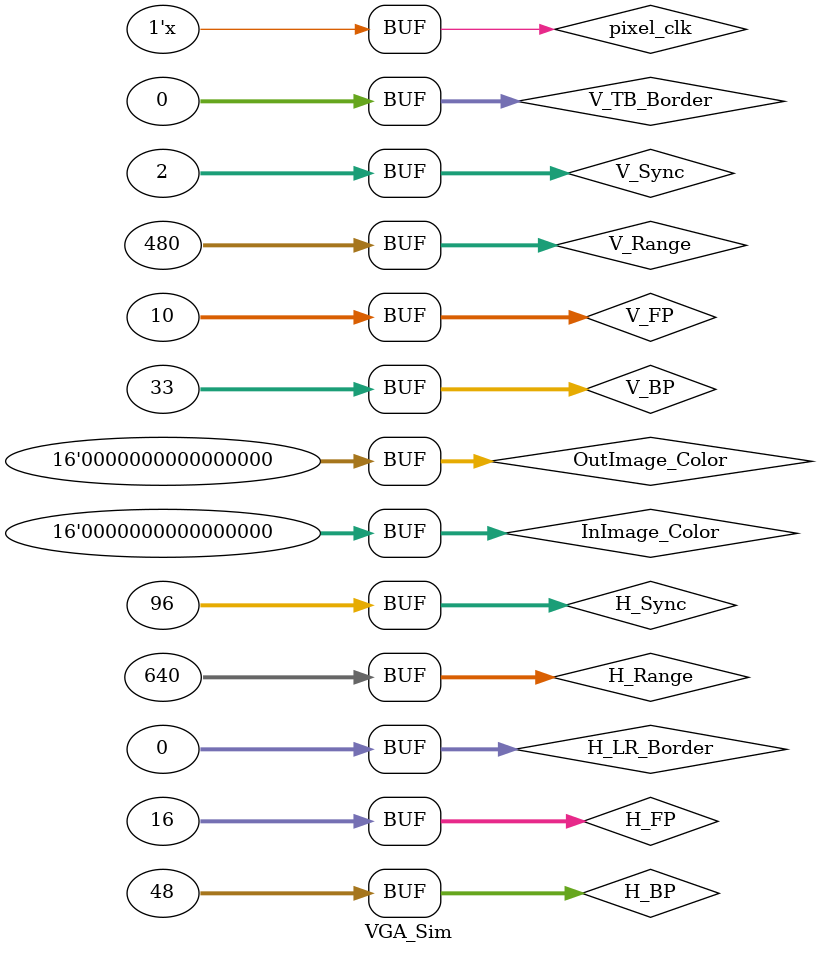
<source format=v>
`timescale 1ns / 1ps


module VGA_Sim;

// Instantiate Wires and parameters
reg [31:0] H_Sync = 96;
reg [31:0] H_BP = 48;
reg [31:0] H_FP = 16;
reg [31:0] H_Range = 640;
reg [31:0] H_LR_Border = 0;
reg [31:0] V_Sync = 2;
reg [31:0] V_BP = 33;
reg [31:0] V_FP = 10;
reg [31:0] V_Range = 480;
reg [31:0] V_TB_Border = 0;
reg [15:0] InImage_Color = 0;
reg [15:0] OutImage_Color = 0;
reg        pixel_clk = 0;
wire [4:0]  VGA_R;
wire [4:0]  VGA_B;
wire [5:0]  VGA_G;
wire        VGA_HS;
wire        VGA_VS;
//output  reg        VGA_VS;

//Instantiation of User-Defined Modules
VGA_Control uut(
    .H_Sync(H_Sync),
    .H_BP(H_BP),
    .H_FP(H_FP),
    .H_Range(H_Range),
    .H_LR_Border(H_LR_Border),
    .V_Sync(V_Sync),
    .V_BP(V_BP),
    .V_FP(V_FP),
    .V_Range(V_Range),
    .V_TB_Border(V_TB_Border),
    .InImage_Color(InImage_Color),
    .OutImage_Color(OutImage_Color),
    .pixel_clk(pixel_clk),
    .VGA_R(VGA_R),
    .VGA_B(VGA_B),
    .VGA_G(VGA_G),
    .VGA_HS(VGA_HS),
    .VGA_VS(VGA_VS)
);
// Run Simulation

always @ *
begin
    #1 pixel_clk <= ~pixel_clk;
end
    
endmodule

</source>
